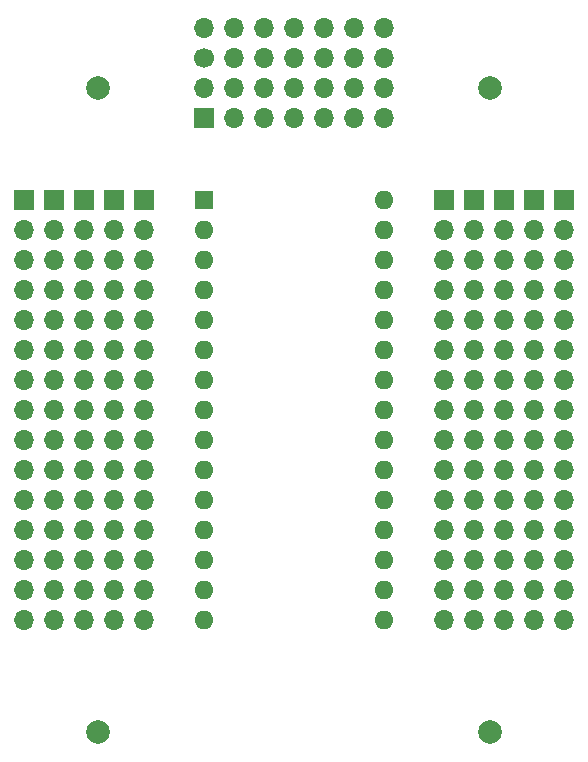
<source format=gbr>
%TF.GenerationSoftware,KiCad,Pcbnew,9.0.0*%
%TF.CreationDate,2025-10-27T19:18:33+01:00*%
%TF.ProjectId,nano breakout,6e616e6f-2062-4726-9561-6b6f75742e6b,rev?*%
%TF.SameCoordinates,Original*%
%TF.FileFunction,Soldermask,Top*%
%TF.FilePolarity,Negative*%
%FSLAX46Y46*%
G04 Gerber Fmt 4.6, Leading zero omitted, Abs format (unit mm)*
G04 Created by KiCad (PCBNEW 9.0.0) date 2025-10-27 19:18:33*
%MOMM*%
%LPD*%
G01*
G04 APERTURE LIST*
%ADD10C,2.000000*%
%ADD11R,1.700000X1.700000*%
%ADD12C,1.700000*%
%ADD13R,1.600000X1.600000*%
%ADD14O,1.700000X1.700000*%
%ADD15O,1.600000X1.600000*%
G04 APERTURE END LIST*
D10*
%TO.C,REF\u002A\u002A*%
X140000000Y-56500000D03*
X140000000Y-111000000D03*
X173240000Y-56500000D03*
X173240000Y-111000000D03*
D11*
X133760000Y-65970000D03*
X136300000Y-65970000D03*
X138840000Y-65970000D03*
X141380000Y-65970000D03*
X143920000Y-65970000D03*
D12*
X149000000Y-53960000D03*
D11*
X149000000Y-59040000D03*
D13*
X149000000Y-65970000D03*
D11*
X169320000Y-65970000D03*
X171860000Y-65970000D03*
X174400000Y-65970000D03*
X176940000Y-65970000D03*
X179480000Y-65970000D03*
D14*
X133760000Y-68510000D03*
X136300000Y-68510000D03*
X138840000Y-68510000D03*
X141380000Y-68510000D03*
X143920000Y-68510000D03*
X149000000Y-51420000D03*
X149000000Y-56500000D03*
D15*
X149000000Y-68510000D03*
D14*
X169320000Y-68510000D03*
X171860000Y-68510000D03*
X174400000Y-68510000D03*
X176940000Y-68510000D03*
X179480000Y-68510000D03*
X133760000Y-71050000D03*
X136300000Y-71050000D03*
X138840000Y-71050000D03*
X141380000Y-71050000D03*
X143920000Y-71050000D03*
D15*
X149000000Y-71050000D03*
D14*
X151540000Y-53960000D03*
X151540000Y-59040000D03*
X169320000Y-71050000D03*
X171860000Y-71050000D03*
X174400000Y-71050000D03*
X176940000Y-71050000D03*
X179480000Y-71050000D03*
X133760000Y-73590000D03*
X136300000Y-73590000D03*
X138840000Y-73590000D03*
X141380000Y-73590000D03*
X143920000Y-73590000D03*
D15*
X149000000Y-73590000D03*
D14*
X151540000Y-51420000D03*
X151540000Y-56500000D03*
X169320000Y-73590000D03*
X171860000Y-73590000D03*
X174400000Y-73590000D03*
X176940000Y-73590000D03*
X179480000Y-73590000D03*
X133760000Y-76130000D03*
X136300000Y-76130000D03*
X138840000Y-76130000D03*
X141380000Y-76130000D03*
X143920000Y-76130000D03*
D15*
X149000000Y-76130000D03*
D14*
X154080000Y-53960000D03*
X154080000Y-59040000D03*
X169320000Y-76130000D03*
X171860000Y-76130000D03*
X174400000Y-76130000D03*
X176940000Y-76130000D03*
X179480000Y-76130000D03*
X133760000Y-78670000D03*
X136300000Y-78670000D03*
X138840000Y-78670000D03*
X141380000Y-78670000D03*
X143920000Y-78670000D03*
D15*
X149000000Y-78670000D03*
D14*
X154080000Y-51420000D03*
X154080000Y-56500000D03*
X169320000Y-78670000D03*
X171860000Y-78670000D03*
X174400000Y-78670000D03*
X176940000Y-78670000D03*
X179480000Y-78670000D03*
X133760000Y-81210000D03*
X136300000Y-81210000D03*
X138840000Y-81210000D03*
X141380000Y-81210000D03*
X143920000Y-81210000D03*
D15*
X149000000Y-81210000D03*
D14*
X156620000Y-53960000D03*
X156620000Y-59040000D03*
X169320000Y-81210000D03*
X171860000Y-81210000D03*
X174400000Y-81210000D03*
X176940000Y-81210000D03*
X179480000Y-81210000D03*
X133760000Y-83750000D03*
X136300000Y-83750000D03*
X138840000Y-83750000D03*
X141380000Y-83750000D03*
X143920000Y-83750000D03*
D15*
X149000000Y-83750000D03*
D14*
X156620000Y-51420000D03*
X156620000Y-56500000D03*
X169320000Y-83750000D03*
X171860000Y-83750000D03*
X174400000Y-83750000D03*
X176940000Y-83750000D03*
X179480000Y-83750000D03*
X133760000Y-86290000D03*
X136300000Y-86290000D03*
X138840000Y-86290000D03*
X141380000Y-86290000D03*
X143920000Y-86290000D03*
D15*
X149000000Y-86290000D03*
D14*
X159160000Y-53960000D03*
X159160000Y-59040000D03*
X169320000Y-86290000D03*
X171860000Y-86290000D03*
X174400000Y-86290000D03*
X176940000Y-86290000D03*
X179480000Y-86290000D03*
X133760000Y-88830000D03*
X136300000Y-88830000D03*
X138840000Y-88830000D03*
X141380000Y-88830000D03*
X143920000Y-88830000D03*
D15*
X149000000Y-88830000D03*
D14*
X159160000Y-51420000D03*
X159160000Y-56500000D03*
X169320000Y-88830000D03*
X171860000Y-88830000D03*
X174400000Y-88830000D03*
X176940000Y-88830000D03*
X179480000Y-88830000D03*
X133760000Y-91370000D03*
X136300000Y-91370000D03*
X138840000Y-91370000D03*
X141380000Y-91370000D03*
X143920000Y-91370000D03*
D15*
X149000000Y-91370000D03*
D14*
X161700000Y-53960000D03*
X161700000Y-59040000D03*
X169320000Y-91370000D03*
X171860000Y-91370000D03*
X174400000Y-91370000D03*
X176940000Y-91370000D03*
X179480000Y-91370000D03*
X133760000Y-93910000D03*
X136300000Y-93910000D03*
X138840000Y-93910000D03*
X141380000Y-93910000D03*
X143920000Y-93910000D03*
D15*
X149000000Y-93910000D03*
D14*
X161700000Y-51420000D03*
X161700000Y-56500000D03*
X169320000Y-93910000D03*
X171860000Y-93910000D03*
X174400000Y-93910000D03*
X176940000Y-93910000D03*
X179480000Y-93910000D03*
X133760000Y-96450000D03*
X136300000Y-96450000D03*
X138840000Y-96450000D03*
X141380000Y-96450000D03*
X143920000Y-96450000D03*
D15*
X149000000Y-96450000D03*
D14*
X164240000Y-53960000D03*
X164240000Y-59040000D03*
X169320000Y-96450000D03*
X171860000Y-96450000D03*
X174400000Y-96450000D03*
X176940000Y-96450000D03*
X179480000Y-96450000D03*
X133760000Y-98990000D03*
X136300000Y-98990000D03*
X138840000Y-98990000D03*
X141380000Y-98990000D03*
X143920000Y-98990000D03*
D15*
X149000000Y-98990000D03*
D14*
X164240000Y-51420000D03*
X164240000Y-56500000D03*
X169320000Y-98990000D03*
X171860000Y-98990000D03*
X174400000Y-98990000D03*
X176940000Y-98990000D03*
X179480000Y-98990000D03*
X133760000Y-101530000D03*
X136300000Y-101530000D03*
X138840000Y-101530000D03*
X141380000Y-101530000D03*
X143920000Y-101530000D03*
D15*
X149000000Y-101530000D03*
D14*
X169320000Y-101530000D03*
X171860000Y-101530000D03*
X174400000Y-101530000D03*
X176940000Y-101530000D03*
X179480000Y-101530000D03*
D15*
X164240000Y-101530000D03*
X164240000Y-98990000D03*
X164240000Y-96450000D03*
X164240000Y-93910000D03*
X164240000Y-91370000D03*
X164240000Y-88830000D03*
X164240000Y-86290000D03*
X164240000Y-83750000D03*
X164240000Y-81210000D03*
X164240000Y-78670000D03*
X164240000Y-76130000D03*
X164240000Y-73590000D03*
X164240000Y-71050000D03*
X164240000Y-68510000D03*
X164240000Y-65970000D03*
%TD*%
M02*

</source>
